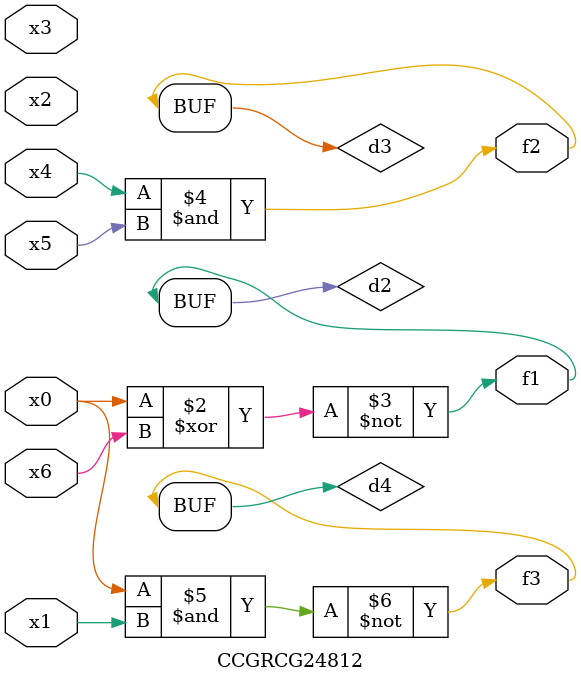
<source format=v>
module CCGRCG24812(
	input x0, x1, x2, x3, x4, x5, x6,
	output f1, f2, f3
);

	wire d1, d2, d3, d4;

	nor (d1, x0);
	xnor (d2, x0, x6);
	and (d3, x4, x5);
	nand (d4, x0, x1);
	assign f1 = d2;
	assign f2 = d3;
	assign f3 = d4;
endmodule

</source>
